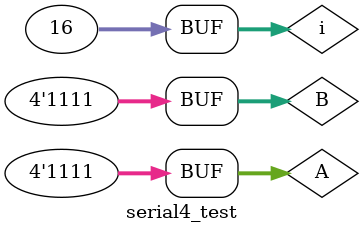
<source format=v>
`timescale 1ns / 1ps


module serial4_test;

	// Inputs
	reg [3:0] A;
	reg [3:0] B;
	integer i;
	// Outputs
	wire [7:0] mul;

	// Instantiate the Unit Under Test (UUT)
	serial4 uut (
		.A(A), 
		.B(B), 
		.mul(mul)
	);

	initial begin
		// Initialize Inputs
		A = 4'b0000;
		B = 4'b0000; 
				 for (i=0;i<16;i=i+1) begin
				 B = i;
	          $monitor( "time =%0t \t a=%b b=%b \t output value mul =%b ",$time,A,B,mul);
				
				 #5;
end		
      A = 4'b0001;
	for (i=0;i<16;i=i+1) begin
					 B = i;
$monitor( "time =%0t \t a=%b b=%b \t output value mul =%b ",$time,A,B,mul);					
					 #5;
	end
		A = 4'b0010;
		for (i=0;i<16;i=i+1) begin
				 B = i;
$monitor( "time =%0t \t a=%b b=%b \t output value mul =%b ",$time,A,B,mul);				
				 #5;
end				 
		A = 4'b0011;
		for (i=0;i<16;i=i+1) begin
				 B = i;
$monitor( "time =%0t \t a=%b b=%b \t output value mul =%b ",$time,A,B,mul);				
				 #5;
end				 
		A = 4'b1000;
		for (i=0;i<16;i=i+1) begin
				 B = i;
$monitor( "time =%0t \t a=%b b=%b \t output value mul =%b ",$time,A,B,mul);				
				 #5;
end	
		A = 4'b1001;
		for (i=0;i<16;i=i+1) begin
				 B = i;
$monitor( "time =%0t \t a=%b b=%b \t output value mul =%b ",$time,A,B,mul);				
				 #5;
end
		A = 4'b1010;
		for (i=0;i<16;i=i+1) begin
				 B = i;
$monitor( "time =%0t \t a=%b b=%b \t output value mul =%b ",$time,A,B,mul);				
				 #5;
end				 
		A = 4'b1011;
		for (i=0;i<16;i=i+1) begin
				 B = i;
$monitor( "time =%0t \t a=%b b=%b \t output value mul =%b ",$time,A,B,mul);				
				 #5;
end				 
		A = 4'b1100;
		for (i=0;i<16;i=i+1) begin
				 B = i;
$monitor( "time =%0t \t a=%b b=%b \t output value mul =%b ",$time,A,B,mul);				
				 #5;
end				 
		A = 4'b1101;
		for (i=0;i<16;i=i+1) begin
				 B = i;
$monitor( "time =%0t \t a=%b b=%b \t output value mul =%b ",$time,A,B,mul);				
				 #5;
end				 
		A = 4'b1110;
		for (i=0;i<16;i=i+1) begin
				 B = i;
$monitor( "time =%0t \t a=%b b=%b \t output value mul =%b ",$time,A,B,mul);				
				 #5;
end				 
		A = 4'b1111;
		for (i=0;i<16;i=i+1) begin
				 B = i;
$monitor( "time =%0t \t a=%b b=%b \t output value mul =%b ",$time,A,B,mul);				
				 #5;
end				 
		
	
	
	
	
	
	
	end
	
      
endmodule


</source>
